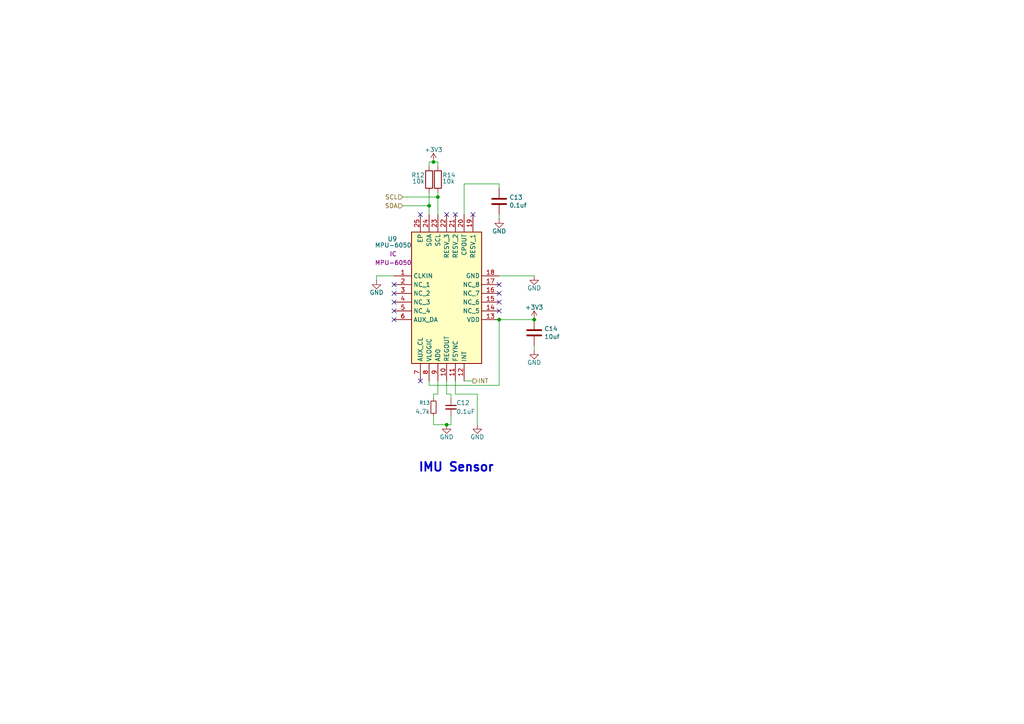
<source format=kicad_sch>
(kicad_sch (version 20250114) (generator "eeschema") (generator_version "9.0")
  (paper "A4")
  (title_block (title "ESP Drone") (date "2025-10-22") (rev "1.5.1"))
  (lib_symbols
    (symbol "+3V3_1" (power) (pin_numbers (hide yes)) (pin_names (offset 0) (hide yes))
      (property "Value" "+3V3" (at 0 3.556 0))
      (symbol "+3V3_1_0_1"
        (polyline (pts (xy -0.762 1.27) (xy 0 2.54)))
        (polyline (pts (xy 0 2.54) (xy 0.762 1.27)))
        (polyline (pts (xy 0 0) (xy 0 2.54)))
      )
      (symbol "+3V3_1_1_1"
        (pin power_in line (at 0 0 90) (length 0) (name "~") (number "1"))
      )
    )
    (symbol "Device:C" (pin_numbers (hide yes)) (pin_names (offset 0.254))
      (property "Reference" "C" (at 0.635 2.54 0))
      (property "Value" "C" (at 0.635 -2.54 0))
      (symbol "C_0_1"
        (polyline (pts (xy -2.032 0.762) (xy 2.032 0.762)) (stroke (width 0.508)))
        (polyline (pts (xy -2.032 -0.762) (xy 2.032 -0.762)) (stroke (width 0.508)))
      )
      (symbol "C_1_1"
        (pin passive line (at 0 3.81 270) (length 2.794) (name "~") (number "1"))
        (pin passive line (at 0 -3.81 90) (length 2.794) (name "~") (number "2"))
      )
    )
    (symbol "Device:C_Small" (pin_numbers (hide yes)) (pin_names (offset 0.254) (hide yes))
      (property "Reference" "C" (at 0.254 1.778 0))
      (property "Value" "C_Small" (at 0.254 -2.032 0))
      (symbol "C_Small_0_1"
        (polyline (pts (xy -1.524 0.508) (xy 1.524 0.508)) (stroke (width 0.3048)))
        (polyline (pts (xy -1.524 -0.508) (xy 1.524 -0.508)) (stroke (width 0.3302)))
      )
      (symbol "C_Small_1_1"
        (pin passive line (at 0 2.54 270) (length 2.032) (name "~") (number "1"))
        (pin passive line (at 0 -2.54 90) (length 2.032) (name "~") (number "2"))
      )
    )
    (symbol "Device:R" (pin_numbers (hide yes)) (pin_names (offset 0))
      (property "Reference" "R" (at 2.032 0 90))
      (property "Value" "R" (at 0 0 90))
      (symbol "R_0_1"
        (rectangle (start -1.016 -2.54) (end 1.016 2.54) (stroke (width 0.254)))
      )
      (symbol "R_1_1"
        (pin passive line (at 0 3.81 270) (length 1.27) (name "~") (number "1"))
        (pin passive line (at 0 -3.81 90) (length 1.27) (name "~") (number "2"))
      )
    )
    (symbol "Device:R_Small" (pin_numbers (hide yes)) (pin_names (offset 0.254) (hide yes))
      (property "Reference" "R" (at 0 0 90))
      (property "Value" "R_Small" (at 1.778 0 90))
      (symbol "R_Small_0_1"
        (rectangle (start -0.762 1.778) (end 0.762 -1.778) (stroke (width 0.2032)))
      )
      (symbol "R_Small_1_1"
        (pin passive line (at 0 2.54 270) (length 0.762) (name "~") (number "1"))
        (pin passive line (at 0 -2.54 90) (length 0.762) (name "~") (number "2"))
      )
    )
    (symbol "GND_1" (power) (pin_numbers (hide yes)) (pin_names (offset 0) (hide yes))
      (property "Value" "GND" (at 0 -3.81 0))
      (symbol "GND_1_0_1"
        (polyline (pts (xy 0 0) (xy 0 -1.27) (xy 1.27 -1.27) (xy 0 -2.54) (xy -1.27 -1.27) (xy 0 -1.27)))
      )
      (symbol "GND_1_1_1"
        (pin power_in line (at 0 0 270) (length 0) (name "~") (number "1"))
      )
    )
    (symbol "loc_Sensor:MPU-6050"
      (property "Reference" "U9" (at -0.508 10.6932 0))
      (property "Value" "MPU-6050" (at -0.254 8.89 0))
      (property "Reference_1" "IC" (at -0.254 6.35 0))
      (property "Value_1" "MPU-6050" (at -0.254 3.81 0))
      (symbol "MPU-6050_1_1"
        (rectangle (start 5.08 12.7) (end 25.4 -25.4) (stroke (width 0.254)) (fill (type background)))
        (pin passive line (at 0 0 0) (length 5.08) (name "CLKIN") (number "1"))
        (pin passive line (at 0 -2.54 0) (length 5.08) (name "NC_1") (number "2"))
        (pin passive line (at 0 -5.08 0) (length 5.08) (name "NC_2") (number "3"))
        (pin passive line (at 0 -7.62 0) (length 5.08) (name "NC_3") (number "4"))
        (pin passive line (at 0 -10.16 0) (length 5.08) (name "NC_4") (number "5"))
        (pin passive line (at 0 -12.7 0) (length 5.08) (name "AUX_DA") (number "6"))
        (pin passive line (at 7.62 17.78 270) (length 5.08) (name "EP") (number "25"))
        (pin passive line (at 7.62 -30.48 90) (length 5.08) (name "AUX_CL") (number "7"))
        (pin passive line (at 10.16 17.78 270) (length 5.08) (name "SDA") (number "24"))
        (pin passive line (at 10.16 -30.48 90) (length 5.08) (name "VLOGIC") (number "8"))
        (pin passive line (at 12.7 17.78 270) (length 5.08) (name "SCL") (number "23"))
        (pin passive line (at 12.7 -30.48 90) (length 5.08) (name "AD0") (number "9"))
        (pin passive line (at 15.24 17.78 270) (length 5.08) (name "RESV_3") (number "22"))
        (pin passive line (at 15.24 -30.48 90) (length 5.08) (name "REGOUT") (number "10"))
        (pin passive line (at 17.78 17.78 270) (length 5.08) (name "RESV_2") (number "21"))
        (pin passive line (at 17.78 -30.48 90) (length 5.08) (name "FSYNC") (number "11"))
        (pin passive line (at 20.32 17.78 270) (length 5.08) (name "CPOUT") (number "20"))
        (pin passive line (at 20.32 -30.48 90) (length 5.08) (name "INT") (number "12"))
        (pin passive line (at 22.86 17.78 270) (length 5.08) (name "RESV_1") (number "19"))
        (pin passive line (at 30.48 0 180) (length 5.08) (name "GND") (number "18"))
        (pin passive line (at 30.48 -2.54 180) (length 5.08) (name "NC_8") (number "17"))
        (pin passive line (at 30.48 -5.08 180) (length 5.08) (name "NC_7") (number "16"))
        (pin passive line (at 30.48 -7.62 180) (length 5.08) (name "NC_6") (number "15"))
        (pin passive line (at 30.48 -10.16 180) (length 5.08) (name "NC_5") (number "14"))
        (pin passive line (at 30.48 -12.7 180) (length 5.08) (name "VDD") (number "13"))
      )
    )
  )
  (text "IMU Sensor" (at 132.334 135.636 0) (effects (font (size 2.54 2.54) (thickness 0.508) (bold yes))))
  (junction (at 129.54 123.19))
  (junction (at 125.73 46.99))
  (junction (at 154.94 92.71))
  (junction (at 127 57.15))
  (junction (at 124.46 59.69))
  (junction (at 144.78 92.71))
  (no_connect (at 114.3 85.09))
  (no_connect (at 121.92 110.49))
  (no_connect (at 132.08 62.23))
  (no_connect (at 114.3 82.55))
  (no_connect (at 137.16 62.23))
  (no_connect (at 144.78 82.55))
  (no_connect (at 114.3 92.71))
  (no_connect (at 121.92 62.23))
  (no_connect (at 144.78 85.09))
  (no_connect (at 144.78 87.63))
  (no_connect (at 114.3 87.63))
  (no_connect (at 144.78 90.17))
  (no_connect (at 114.3 90.17))
  (no_connect (at 129.54 62.23))
  (wire (pts (xy 129.54 114.3) (xy 129.54 110.49)))
  (wire (pts (xy 154.94 80.01) (xy 144.78 80.01)))
  (wire (pts (xy 124.46 110.49) (xy 124.46 111.76)))
  (wire (pts (xy 124.46 111.76) (xy 144.78 111.76)))
  (wire (pts (xy 132.08 114.3) (xy 132.08 110.49)))
  (wire (pts (xy 144.78 92.71) (xy 154.94 92.71)))
  (wire (pts (xy 124.46 62.23) (xy 124.46 59.69)))
  (wire (pts (xy 125.73 114.3) (xy 127 114.3)))
  (wire (pts (xy 134.62 53.34) (xy 144.78 53.34)))
  (wire (pts (xy 124.46 55.88) (xy 124.46 59.69)))
  (wire (pts (xy 130.81 114.3) (xy 130.81 115.57)))
  (wire (pts (xy 114.3 80.01) (xy 109.22 80.01)))
  (wire (pts (xy 124.46 46.99) (xy 125.73 46.99)))
  (wire (pts (xy 144.78 63.5) (xy 144.78 62.23)))
  (wire (pts (xy 125.73 114.3) (xy 125.73 115.57)))
  (wire (pts (xy 154.94 101.6) (xy 154.94 100.33)))
  (wire (pts (xy 130.81 120.65) (xy 130.81 123.19)))
  (wire (pts (xy 127 48.26) (xy 127 46.99)))
  (wire (pts (xy 144.78 53.34) (xy 144.78 54.61)))
  (wire (pts (xy 130.81 114.3) (xy 129.54 114.3)))
  (wire (pts (xy 116.84 59.69) (xy 124.46 59.69)))
  (wire (pts (xy 127 114.3) (xy 127 110.49)))
  (wire (pts (xy 144.78 111.76) (xy 144.78 92.71)))
  (wire (pts (xy 134.62 62.23) (xy 134.62 53.34)))
  (wire (pts (xy 125.73 120.65) (xy 125.73 123.19)))
  (wire (pts (xy 125.73 123.19) (xy 129.54 123.19)))
  (wire (pts (xy 116.84 57.15) (xy 127 57.15)))
  (wire (pts (xy 127 62.23) (xy 127 57.15)))
  (wire (pts (xy 109.22 80.01) (xy 109.22 81.28)))
  (wire (pts (xy 138.43 114.3) (xy 138.43 123.19)))
  (wire (pts (xy 138.43 114.3) (xy 132.08 114.3)))
  (wire (pts (xy 130.81 123.19) (xy 129.54 123.19)))
  (wire (pts (xy 125.73 46.99) (xy 127 46.99)))
  (wire (pts (xy 124.46 48.26) (xy 124.46 46.99)))
  (wire (pts (xy 127 55.88) (xy 127 57.15)))
  (wire (pts (xy 134.62 110.49) (xy 137.16 110.49)))
  (hierarchical_label "SCL" (shape input) (at 116.84 57.15 180))
  (hierarchical_label "INT" (shape output) (at 137.16 110.49 0))
  (hierarchical_label "SDA" (shape input) (at 116.84 59.69 180))
  (symbol (lib_name "+3V3_1") (lib_id "power:+3V3") (at 154.94 92.71 0) (unit 1)
    (property "Reference" "#PWR042" (effects (hide yes)))
    (property "Value" "+3V3" (at 154.94 89.154 0))
    (property "Description" "Power symbol creates a global label with name \"+3V3\"" (effects (hide yes)))
  )
  (symbol (lib_name "GND_1") (lib_id "power:GND") (at 144.78 63.5 0) (unit 1)
    (property "Reference" "#PWR044" (effects (hide yes)))
    (property "Value" "GND" (at 144.78 67.056 0))
    (property "Description" "Power symbol creates a global label with name \"GND\" , ground" (effects (hide yes)))
  )
  (symbol (lib_id "Device:C") (at 154.94 96.52 0) (unit 1)
    (property "Reference" "C14" (at 157.861 95.3516 0) (effects (justify left)))
    (property "Value" "10uf" (at 157.861 97.663 0) (effects (justify left)))
    (property "Footprint" "Capacitor_SMD:C_0603_1608Metric" (effects (hide yes)))
  )
  (symbol (lib_name "GND_1") (lib_id "power:GND") (at 138.43 123.19 0) (unit 1)
    (property "Reference" "#PWR041" (effects (hide yes)))
    (property "Value" "GND" (at 138.43 126.746 0))
    (property "Description" "Power symbol creates a global label with name \"GND\" , ground" (effects (hide yes)))
  )
  (symbol (lib_id "Device:R_Small") (at 125.73 118.11 180) (unit 1)
    (property "Reference" "R13" (at 124.714 116.84 0) (effects (font (size 1.016 1.016)) (justify left)))
    (property "Value" "4.7k" (at 124.714 119.38 0) (effects (justify left)))
    (property "Footprint" "Resistor_SMD:R_0603_1608Metric" (effects (hide yes)))
    (property "Description" "Resistor, small symbol" (effects (hide yes)))
  )
  (symbol (lib_name "GND_1") (lib_id "power:GND") (at 129.54 123.19 0) (unit 1)
    (property "Reference" "#PWR039" (effects (hide yes)))
    (property "Value" "GND" (at 129.54 126.746 0))
    (property "Description" "Power symbol creates a global label with name \"GND\" , ground" (effects (hide yes)))
  )
  (symbol (lib_id "Device:C_Small") (at 130.81 118.11 0) (unit 1)
    (property "Reference" "C12" (at 132.334 116.84 0) (effects (justify left)))
    (property "Value" "0.1uF" (at 132.334 119.38 0) (effects (justify left)))
    (property "Footprint" "Capacitor_SMD:C_0603_1608Metric" (effects (hide yes)))
    (property "Description" "Unpolarized capacitor, small symbol" (effects (hide yes)))
  )
  (symbol (lib_name "GND_1") (lib_id "power:GND") (at 109.22 81.28 0) (unit 1)
    (property "Reference" "#PWR038" (effects (hide yes)))
    (property "Value" "GND" (at 109.22 84.836 0))
    (property "Description" "Power symbol creates a global label with name \"GND\" , ground" (effects (hide yes)))
  )
  (symbol (lib_id "loc_Sensor:MPU-6050") (at 114.3 80.01 0) (unit 1)
    (property "Reference" "U9" (at 113.792 69.3168 0))
    (property "Value" "MPU-6050" (at 114.046 71.12 0))
    (property "Footprint" "loc_footprints:MPU6050" (effects (hide yes)))
    (property "Datasheet" "https://invensense.tdk.com/products/motion-tracking/6-axis/mpu-6050/" (effects (hide yes)))
    (property "Reference_1" "IC" (at 114.046 73.66 0))
    (property "Value_1" "MPU-6050" (at 114.046 76.2 0))
    (property "Footprint_1" "MPU6050" (effects (hide yes)))
    (property "Datasheet_1" "https://product.tdk.com/system/files/dam/doc/product/sensor/mortion-inertial/imu/data_sheet/mpu-6000-datasheet1.pdf" (effects (hide yes)))
    (property "Height" "0.95" (effects (hide yes)))
    (property "Mouser Part Number" "410-MPU-6050" (effects (hide yes)))
    (property "Mouser Price/Stock" "https://www.mouser.co.uk/ProductDetail/TDK-InvenSense/MPU-6050?qs=u4fy%2FsgLU9O14B5JgyQFvg%3D%3D" (effects (hide yes)))
    (property "Manufacturer_Name" "TDK" (effects (hide yes)))
    (property "Manufacturer_Part_Number" "MPU-6050" (effects (hide yes)))
  )
  (symbol (lib_id "Device:C") (at 144.78 58.42 0) (unit 1)
    (property "Reference" "C13" (at 147.701 57.2516 0) (effects (justify left)))
    (property "Value" "0.1uf" (at 147.701 59.563 0) (effects (justify left)))
    (property "Footprint" "Capacitor_SMD:C_0603_1608Metric" (effects (hide yes)))
  )
  (symbol (lib_id "Device:R") (at 127 52.07 0) (mirror x) (unit 1)
    (property "Reference" "R14" (at 128.27 50.8 0) (effects (justify left)))
    (property "Value" "10k" (at 128.27 52.578 0) (effects (justify left)))
    (property "Footprint" "Resistor_SMD:R_0603_1608Metric" (effects (hide yes)))
  )
  (symbol (lib_name "GND_1") (lib_id "power:GND") (at 154.94 80.01 0) (unit 1)
    (property "Reference" "#PWR040" (effects (hide yes)))
    (property "Value" "GND" (at 154.94 83.566 0))
    (property "Description" "Power symbol creates a global label with name \"GND\" , ground" (effects (hide yes)))
  )
  (symbol (lib_name "GND_1") (lib_id "power:GND") (at 154.94 101.6 0) (unit 1)
    (property "Reference" "#PWR057" (effects (hide yes)))
    (property "Value" "GND" (at 154.94 105.156 0))
    (property "Description" "Power symbol creates a global label with name \"GND\" , ground" (effects (hide yes)))
  )
  (symbol (lib_name "+3V3_1") (lib_id "power:+3V3") (at 125.73 46.99 0) (unit 1)
    (property "Reference" "#PWR043" (effects (hide yes)))
    (property "Value" "+3V3" (at 125.73 43.434 0))
    (property "Description" "Power symbol creates a global label with name \"+3V3\"" (effects (hide yes)))
  )
  (symbol (lib_id "Device:R") (at 124.46 52.07 180) (unit 1)
    (property "Reference" "R12" (at 123.19 50.8 0) (effects (justify left)))
    (property "Value" "10k" (at 123.19 52.578 0) (effects (justify left)))
    (property "Footprint" "Resistor_SMD:R_0603_1608Metric" (effects (hide yes)))
  )
)
</source>
